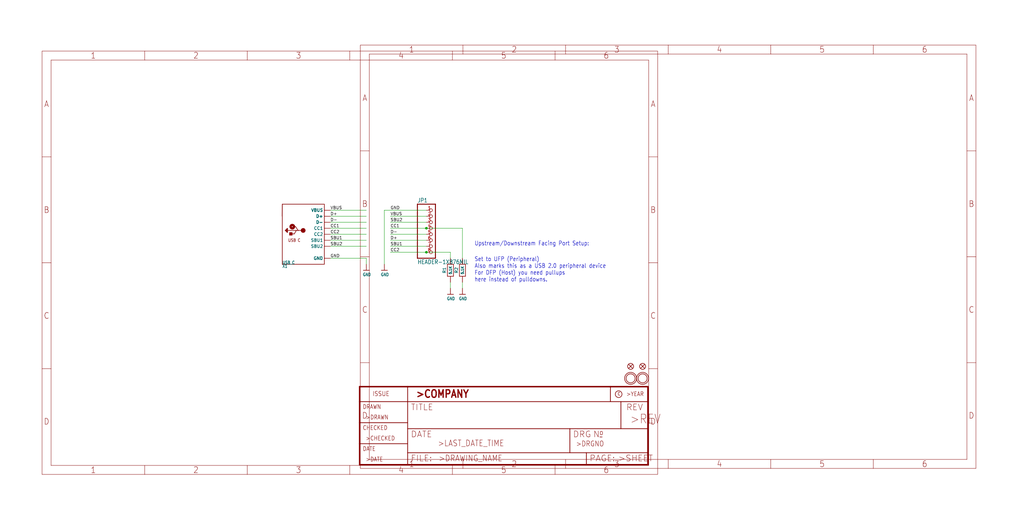
<source format=kicad_sch>
(kicad_sch (version 20211123) (generator eeschema)
  (paper "User" 433.07 220.421)
  (lib_symbols
    (symbol "eagleSchem-eagle-import:FIDUCIAL_1MM"
      (symbol "FIDUCIAL_1MM_1_0"
        (polyline (pts (xy -0.762 0.762) (xy 0.762 -0.762)) (stroke (width 0.254)))
        (polyline (pts (xy 0.762 0.762) (xy -0.762 -0.762)) (stroke (width 0.254)))
        (circle (center 0 0) (radius 1.27) (stroke (width 0.254)))
      )
    )
    (symbol "eagleSchem-eagle-import:FRAME_A4"
      (symbol "FRAME_A4_0_0"
        (polyline (pts (xy 0 44.7675) (xy 3.81 44.7675)))
        (polyline (pts (xy 0 89.535) (xy 3.81 89.535)))
        (polyline (pts (xy 0 134.3025) (xy 3.81 134.3025)))
        (polyline (pts (xy 3.81 3.81) (xy 3.81 175.26)))
        (polyline (pts (xy 43.3917 0) (xy 43.3917 3.81)))
        (polyline (pts (xy 43.3917 175.26) (xy 43.3917 179.07)))
        (polyline (pts (xy 86.7833 0) (xy 86.7833 3.81)))
        (polyline (pts (xy 86.7833 175.26) (xy 86.7833 179.07)))
        (polyline (pts (xy 130.175 0) (xy 130.175 3.81)))
        (polyline (pts (xy 130.175 175.26) (xy 130.175 179.07)))
        (polyline (pts (xy 173.5667 0) (xy 173.5667 3.81)))
        (polyline (pts (xy 173.5667 175.26) (xy 173.5667 179.07)))
        (polyline (pts (xy 216.9583 0) (xy 216.9583 3.81)))
        (polyline (pts (xy 216.9583 175.26) (xy 216.9583 179.07)))
        (polyline (pts (xy 256.54 3.81) (xy 3.81 3.81)))
        (polyline (pts (xy 256.54 3.81) (xy 256.54 175.26)))
        (polyline (pts (xy 256.54 44.7675) (xy 260.35 44.7675)))
        (polyline (pts (xy 256.54 89.535) (xy 260.35 89.535)))
        (polyline (pts (xy 256.54 134.3025) (xy 260.35 134.3025)))
        (polyline (pts (xy 256.54 175.26) (xy 3.81 175.26)))
        (polyline (pts (xy 0 0) (xy 260.35 0) (xy 260.35 179.07) (xy 0 179.07) (xy 0 0)))
        (text "1" (at 21.6958 1.905 0) (effects (font (size 2.54 2.286))))
        (text "1" (at 21.6958 177.165 0) (effects (font (size 2.54 2.286))))
        (text "2" (at 65.0875 1.905 0) (effects (font (size 2.54 2.286))))
        (text "2" (at 65.0875 177.165 0) (effects (font (size 2.54 2.286))))
        (text "3" (at 108.4792 1.905 0) (effects (font (size 2.54 2.286))))
        (text "3" (at 108.4792 177.165 0) (effects (font (size 2.54 2.286))))
        (text "4" (at 151.8708 1.905 0) (effects (font (size 2.54 2.286))))
        (text "4" (at 151.8708 177.165 0) (effects (font (size 2.54 2.286))))
        (text "5" (at 195.2625 1.905 0) (effects (font (size 2.54 2.286))))
        (text "5" (at 195.2625 177.165 0) (effects (font (size 2.54 2.286))))
        (text "6" (at 238.6542 1.905 0) (effects (font (size 2.54 2.286))))
        (text "6" (at 238.6542 177.165 0) (effects (font (size 2.54 2.286))))
        (text "A" (at 1.905 156.6863 0) (effects (font (size 2.54 2.286))))
        (text "A" (at 258.445 156.6863 0) (effects (font (size 2.54 2.286))))
        (text "B" (at 1.905 111.9188 0) (effects (font (size 2.54 2.286))))
        (text "B" (at 258.445 111.9188 0) (effects (font (size 2.54 2.286))))
        (text "C" (at 1.905 67.1513 0) (effects (font (size 2.54 2.286))))
        (text "C" (at 258.445 67.1513 0) (effects (font (size 2.54 2.286))))
        (text "D" (at 1.905 22.3838 0) (effects (font (size 2.54 2.286))))
        (text "D" (at 258.445 22.3838 0) (effects (font (size 2.54 2.286))))
      )
      (symbol "FRAME_A4_1_0"
        (polyline (pts (xy 256.54 3.81) (xy 256.54 8.89)) (stroke (width 0.1016)))
        (polyline (pts (xy 256.54 8.89) (xy 256.54 13.97)) (stroke (width 0.1016)))
        (polyline (pts (xy 256.54 13.97) (xy 256.54 19.05)) (stroke (width 0.1016)))
        (polyline (pts (xy 256.54 19.05) (xy 256.54 36.83)) (stroke (width 0.1016)))
      )
      (symbol "FRAME_A4_2_0"
        (polyline (pts (xy -0.3048 1.5748) (xy 20.0152 1.5748)) (stroke (width 0.6096)))
        (polyline (pts (xy -0.3048 10.4648) (xy -0.3048 1.5748)) (stroke (width 0.6096)))
        (polyline (pts (xy -0.3048 10.4648) (xy 20.0152 10.4648)) (stroke (width 0.3048)))
        (polyline (pts (xy -0.3048 19.3548) (xy -0.3048 10.4648)) (stroke (width 0.6096)))
        (polyline (pts (xy -0.3048 19.3548) (xy 20.0152 19.3548)) (stroke (width 0.3048)))
        (polyline (pts (xy -0.3048 28.2448) (xy -0.3048 19.3548)) (stroke (width 0.6096)))
        (polyline (pts (xy -0.3048 28.2448) (xy 20.0152 28.2448)) (stroke (width 0.3048)))
        (polyline (pts (xy -0.3048 34.5948) (xy -0.3048 28.2448)) (stroke (width 0.6096)))
        (polyline (pts (xy 20.0152 1.5748) (xy 20.0152 6.6548)) (stroke (width 0.3048)))
        (polyline (pts (xy 20.0152 1.5748) (xy 95.5802 1.5748)) (stroke (width 0.6096)))
        (polyline (pts (xy 20.0152 6.6548) (xy 20.0152 10.4648)) (stroke (width 0.3048)))
        (polyline (pts (xy 20.0152 6.6548) (xy 88.5952 6.6548)) (stroke (width 0.3048)))
        (polyline (pts (xy 20.0152 10.4648) (xy 20.0152 16.8148)) (stroke (width 0.3048)))
        (polyline (pts (xy 20.0152 16.8148) (xy 20.0152 19.3548)) (stroke (width 0.3048)))
        (polyline (pts (xy 20.0152 19.3548) (xy 20.0152 28.2448)) (stroke (width 0.3048)))
        (polyline (pts (xy 20.0152 28.2448) (xy 20.0152 34.5948)) (stroke (width 0.3048)))
        (polyline (pts (xy 20.0152 28.2448) (xy 105.7402 28.2448)) (stroke (width 0.3048)))
        (polyline (pts (xy 20.0152 34.5948) (xy -0.3048 34.5948)) (stroke (width 0.6096)))
        (polyline (pts (xy 88.5952 6.6548) (xy 95.5802 6.6548)) (stroke (width 0.3048)))
        (polyline (pts (xy 88.5952 16.8148) (xy 20.0152 16.8148)) (stroke (width 0.3048)))
        (polyline (pts (xy 88.5952 16.8148) (xy 88.5952 6.6548)) (stroke (width 0.3048)))
        (polyline (pts (xy 95.5802 1.5748) (xy 121.6152 1.5748)) (stroke (width 0.6096)))
        (polyline (pts (xy 95.5802 6.6548) (xy 95.5802 1.5748)) (stroke (width 0.3048)))
        (polyline (pts (xy 95.5802 6.6548) (xy 121.6152 6.6548)) (stroke (width 0.3048)))
        (polyline (pts (xy 101.2952 13.3223) (xy 102.2477 13.3223)) (stroke (width 0.254)))
        (polyline (pts (xy 105.7402 28.2448) (xy 105.7402 34.5948)) (stroke (width 0.3048)))
        (polyline (pts (xy 105.7402 28.2448) (xy 110.1852 28.2448)) (stroke (width 0.3048)))
        (polyline (pts (xy 105.7402 34.5948) (xy 20.0152 34.5948)) (stroke (width 0.6096)))
        (polyline (pts (xy 110.1852 16.8148) (xy 88.5952 16.8148)) (stroke (width 0.3048)))
        (polyline (pts (xy 110.1852 28.2448) (xy 110.1852 16.8148)) (stroke (width 0.3048)))
        (polyline (pts (xy 110.1852 28.2448) (xy 121.6152 28.2448)) (stroke (width 0.3048)))
        (polyline (pts (xy 121.6152 6.6548) (xy 121.6152 1.5748)) (stroke (width 0.6096)))
        (polyline (pts (xy 121.6152 16.8148) (xy 110.1852 16.8148)) (stroke (width 0.3048)))
        (polyline (pts (xy 121.6152 16.8148) (xy 121.6152 6.6548)) (stroke (width 0.6096)))
        (polyline (pts (xy 121.6152 28.2448) (xy 121.6152 16.8148)) (stroke (width 0.6096)))
        (polyline (pts (xy 121.6152 34.5948) (xy 105.7402 34.5948)) (stroke (width 0.6096)))
        (polyline (pts (xy 121.6152 34.5948) (xy 121.6152 28.2448)) (stroke (width 0.6096)))
        (circle (center 109.2327 31.4198) (radius 1.4199) (stroke (width 0.254)))
        (text ">CHECKED" (at 2.2352 11.7348 0) (effects (font (size 1.778 1.5113)) (justify left bottom)))
        (text ">COMPANY" (at 23.349 29.6735 0) (effects (font (size 3.175 2.6987) (thickness 0.5397) bold) (justify left bottom)))
        (text ">DATE" (at 2.2352 2.8448 0) (effects (font (size 1.778 1.5113)) (justify left bottom)))
        (text ">DRAWING_NAME" (at 33.0327 2.8448 0) (effects (font (size 2.54 2.159)) (justify left bottom)))
        (text ">DRAWN" (at 2.2352 20.6248 0) (effects (font (size 1.778 1.5113)) (justify left bottom)))
        (text ">DRGNO" (at 91.1352 9.1948 0) (effects (font (size 2.1844 1.8567)) (justify left bottom)))
        (text ">LAST_DATE_TIME" (at 32.7152 9.1948 0) (effects (font (size 2.54 2.159)) (justify left bottom)))
        (text ">REV" (at 113.9952 18.7198 0) (effects (font (size 3.81 3.2385)) (justify left bottom)))
        (text ">SHEET" (at 108.9152 2.8448 0) (effects (font (size 2.54 2.54)) (justify left bottom)))
        (text ">YEAR" (at 112.4077 30.4673 0) (effects (font (size 1.778 1.5113)) (justify left bottom)))
        (text "C" (at 108.7564 30.7848 0) (effects (font (size 1.27 1.0795)) (justify left bottom)))
        (text "CHECKED" (at 0.9652 16.1798 0) (effects (font (size 1.778 1.5113)) (justify left bottom)))
        (text "DATE" (at 0.9652 7.2898 0) (effects (font (size 1.778 1.5113)) (justify left bottom)))
        (text "DATE" (at 21.2852 13.0048 0) (effects (font (size 2.54 2.54)) (justify left bottom)))
        (text "DRAWN" (at 0.9652 25.0698 0) (effects (font (size 1.778 1.5113)) (justify left bottom)))
        (text "DRG" (at 89.8652 13.0048 0) (effects (font (size 2.54 2.54)) (justify left bottom)))
        (text "FILE:" (at 21.2852 2.8448 0) (effects (font (size 2.54 2.54)) (justify left bottom)))
        (text "ISSUE" (at 5.0927 30.4673 0) (effects (font (size 1.9304 1.6408)) (justify left bottom)))
        (text "N" (at 98.4377 13.0048 0) (effects (font (size 2.54 2.54)) (justify left bottom)))
        (text "o" (at 100.9777 13.9573 0) (effects (font (size 2.1844 1.8567)) (justify left bottom)))
        (text "PAGE:" (at 96.8502 2.8448 0) (effects (font (size 2.54 2.54)) (justify left bottom)))
        (text "REV" (at 112.4077 24.4348 0) (effects (font (size 2.54 2.54)) (justify left bottom)))
        (text "TITLE" (at 21.2852 24.4348 0) (effects (font (size 2.54 2.54)) (justify left bottom)))
      )
    )
    (symbol "eagleSchem-eagle-import:GND" (power)
      (property "Value" "GND" (at -1.524 -2.54 0))
      (symbol "GND_1_0"
        (polyline (pts (xy -1.27 0) (xy 1.27 0)) (stroke (width 0.254)))
        (pin power_in line (at 0 2.54 270) (length 2.54) (name "GND") (number "1"))
      )
    )
    (symbol "eagleSchem-eagle-import:HEADER-1X876MIL"
      (property "Reference" "JP" (at -6.35 13.335 0))
      (property "Value" "HEADER-1X876MIL" (at -6.35 -12.7 0))
      (symbol "HEADER-1X876MIL_1_0"
        (polyline (pts (xy -6.35 -10.16) (xy 1.27 -10.16)) (stroke (width 0.4064)))
        (polyline (pts (xy -6.35 12.7) (xy -6.35 -10.16)) (stroke (width 0.4064)))
        (polyline (pts (xy 1.27 -10.16) (xy 1.27 12.7)) (stroke (width 0.4064)))
        (polyline (pts (xy 1.27 12.7) (xy -6.35 12.7)) (stroke (width 0.4064)))
        (pin passive inverted (at -2.54 10.16 0) (length 2.54) (name "1") (number "1"))
        (pin passive inverted (at -2.54 7.62 0) (length 2.54) (name "2") (number "2"))
        (pin passive inverted (at -2.54 5.08 0) (length 2.54) (name "3") (number "3"))
        (pin passive inverted (at -2.54 2.54 0) (length 2.54) (name "4") (number "4"))
        (pin passive inverted (at -2.54 0 0) (length 2.54) (name "5") (number "5"))
        (pin passive inverted (at -2.54 -2.54 0) (length 2.54) (name "6") (number "6"))
        (pin passive inverted (at -2.54 -5.08 0) (length 2.54) (name "7") (number "7"))
        (pin passive inverted (at -2.54 -7.62 0) (length 2.54) (name "8") (number "8"))
      )
    )
    (symbol "eagleSchem-eagle-import:MOUNTINGHOLE2.5"
      (symbol "MOUNTINGHOLE2.5_1_0"
        (circle (center 0 0) (radius 1.905) (stroke (width 0.254)))
        (circle (center 0 0) (radius 2.54) (stroke (width 0.254)))
      )
    )
    (symbol "eagleSchem-eagle-import:RESISTOR_0603_NOOUT"
      (property "Reference" "R" (at 0 2.54 0))
      (property "Value" "RESISTOR_0603_NOOUT" (at 0 0 0))
      (symbol "RESISTOR_0603_NOOUT_1_0"
        (polyline (pts (xy -2.54 -1.27) (xy -2.54 1.27)) (stroke (width 0.254)))
        (polyline (pts (xy -2.54 1.27) (xy 2.54 1.27)) (stroke (width 0.254)))
        (polyline (pts (xy 2.54 -1.27) (xy -2.54 -1.27)) (stroke (width 0.254)))
        (polyline (pts (xy 2.54 1.27) (xy 2.54 -1.27)) (stroke (width 0.254)))
        (pin passive line (at -5.08 0 0) (length 2.54) (name "1") (number "1"))
        (pin passive line (at 5.08 0 180) (length 2.54) (name "2") (number "2"))
      )
    )
    (symbol "eagleSchem-eagle-import:USB_C"
      (property "Reference" "X" (at -10.16 13.716 0))
      (property "Value" "USB_C" (at -10.16 -15.24 0))
      (symbol "USB_C_1_0"
        (rectangle (start -7.12 -0.45) (end -5.92 0.75) (fill (type outline)))
        (circle (center -5.92 3.2) (radius 0.2) (stroke (width 1)))
        (circle (center -1.32 1.6) (radius 0.5) (stroke (width 1)))
        (polyline (pts (xy -10.2 7.62) (xy -10.16 12.7)) (stroke (width 0.254)))
        (polyline (pts (xy -10.16 -12.7) (xy 7.62 -12.7)) (stroke (width 0.254)))
        (polyline (pts (xy -10.16 12.7) (xy -10.16 -12.7)) (stroke (width 0.254)))
        (polyline (pts (xy -10.16 12.7) (xy 7.62 12.7)) (stroke (width 0.254)))
        (polyline (pts (xy -8.92 1.6) (xy -8.12 2.4)) (stroke (width 0.254)))
        (polyline (pts (xy -8.52 1.4) (xy -8.32 1.2)) (stroke (width 0.254)))
        (polyline (pts (xy -8.52 1.6) (xy -8.52 1.4)) (stroke (width 0.254)))
        (polyline (pts (xy -8.32 1.2) (xy -8.32 2)) (stroke (width 0.254)))
        (polyline (pts (xy -8.32 2) (xy -8.72 1.6)) (stroke (width 0.254)))
        (polyline (pts (xy -8.12 0.8) (xy -8.92 1.6)) (stroke (width 0.254)))
        (polyline (pts (xy -8.12 1) (xy -8.12 2.4)) (stroke (width 0.254)))
        (polyline (pts (xy -8.12 2.4) (xy -7.92 2.4)) (stroke (width 0.254)))
        (polyline (pts (xy -7.92 0.8) (xy -8.12 0.8)) (stroke (width 0.254)))
        (polyline (pts (xy -7.92 1.6) (xy -7.92 0.8)) (stroke (width 0.254)))
        (polyline (pts (xy -7.92 2.4) (xy -7.92 1.6)) (stroke (width 0.254)))
        (polyline (pts (xy -6.27 0.15) (xy -5.07 0.15)) (stroke (width 0.254)))
        (polyline (pts (xy -5.52 3.2) (xy -4.52 3.2)) (stroke (width 0.254)))
        (polyline (pts (xy -5.07 0.15) (xy -4.22 1.6)) (stroke (width 0.254)))
        (polyline (pts (xy -4.52 3.2) (xy -3.47 1.6)) (stroke (width 0.254)))
        (polyline (pts (xy -4.22 1.6) (xy -7.92 1.6)) (stroke (width 0.254)))
        (polyline (pts (xy -3.47 1.6) (xy -4.22 1.6)) (stroke (width 0.254)))
        (polyline (pts (xy -1.32 1.6) (xy -3.47 1.6)) (stroke (width 0.254)))
        (polyline (pts (xy 7.62 12.7) (xy 7.62 -12.7)) (stroke (width 0.254)))
        (text "USB C" (at -5.08 -2.54 0) (effects (font (size 1.27 1.0795))))
        (pin power_in line (at 10.16 -10.16 180) (length 2.54) (name "GND") (number "A1B12"))
        (pin power_in line (at 10.16 10.16 180) (length 2.54) (name "VBUS") (number "A4B9"))
        (pin bidirectional line (at 10.16 2.54 180) (length 2.54) (name "CC1") (number "A5"))
        (pin bidirectional line (at 10.16 7.62 180) (length 2.54) (name "D+") (number "A6"))
        (pin bidirectional line (at 10.16 5.08 180) (length 2.54) (name "D-") (number "A7"))
        (pin bidirectional line (at 10.16 -2.54 180) (length 2.54) (name "SBU1") (number "A8"))
        (pin power_in line (at 10.16 -10.16 180) (length 2.54) (name "GND") (number "B1A12"))
        (pin power_in line (at 10.16 10.16 180) (length 2.54) (name "VBUS") (number "B4A9"))
        (pin bidirectional line (at 10.16 0 180) (length 2.54) (name "CC2") (number "B5"))
        (pin bidirectional line (at 10.16 7.62 180) (length 2.54) (name "D+") (number "B6"))
        (pin bidirectional line (at 10.16 5.08 180) (length 2.54) (name "D-") (number "B7"))
        (pin bidirectional line (at 10.16 -5.08 180) (length 2.54) (name "SBU2") (number "B8"))
      )
    )
  )
  (junction (at 180.34 96.52))
  (junction (at 180.34 106.68))
  (wire (pts (xy 139.7 93.98) (xy 154.94 93.98)))
  (wire (pts (xy 180.34 88.9) (xy 162.56 88.9)))
  (wire (pts (xy 165.1 106.68) (xy 180.34 106.68)))
  (wire (pts (xy 180.34 106.68) (xy 190.5 106.68)))
  (wire (pts (xy 195.58 121.92) (xy 195.58 119.38)))
  (wire (pts (xy 165.1 93.98) (xy 180.34 93.98)))
  (wire (pts (xy 139.7 104.14) (xy 154.94 104.14)))
  (wire (pts (xy 165.1 99.06) (xy 180.34 99.06)))
  (wire (pts (xy 165.1 96.52) (xy 180.34 96.52)))
  (wire (pts (xy 180.34 91.44) (xy 165.1 91.44)))
  (wire (pts (xy 139.7 96.52) (xy 154.94 96.52)))
  (wire (pts (xy 165.1 104.14) (xy 180.34 104.14)))
  (wire (pts (xy 154.94 109.22) (xy 154.94 111.76)))
  (wire (pts (xy 154.94 88.9) (xy 139.7 88.9)))
  (wire (pts (xy 190.5 106.68) (xy 190.5 109.22)))
  (wire (pts (xy 165.1 101.6) (xy 180.34 101.6)))
  (wire (pts (xy 162.56 88.9) (xy 162.56 111.76)))
  (wire (pts (xy 195.58 96.52) (xy 195.58 109.22)))
  (wire (pts (xy 180.34 96.52) (xy 195.58 96.52)))
  (wire (pts (xy 154.94 109.22) (xy 139.7 109.22)))
  (wire (pts (xy 139.7 99.06) (xy 154.94 99.06)))
  (wire (pts (xy 139.7 91.44) (xy 154.94 91.44)))
  (wire (pts (xy 139.7 101.6) (xy 154.94 101.6)))
  (wire (pts (xy 190.5 119.38) (xy 190.5 121.92)))
  (text "Set to UFP (Peripheral)\nAlso marks this as a USB 2.0 peripheral device\nFor DFP (Host) you need pullups\nhere instead of pulldowns." (at 200.66 119.38 0) (effects (font (size 1.778 1.5113)) (justify left bottom)))
  (text "Upstream/Downstream Facing Port Setup:" (at 200.66 104.14 180) (effects (font (size 1.778 1.5113)) (justify left bottom)))
  (label "D+" (at 165.1 101.6 0) (effects (font (size 1.2446 1.2446))))
  (label "VBUS" (at 165.1 91.44 0) (effects (font (size 1.2446 1.2446))))
  (label "D-" (at 139.7 93.98 0) (effects (font (size 1.2446 1.2446))))
  (label "SBU2" (at 165.1 93.98 0) (effects (font (size 1.2446 1.2446))))
  (label "VBUS" (at 139.7 88.9 0) (effects (font (size 1.2446 1.2446))))
  (label "D-" (at 165.1 99.06 0) (effects (font (size 1.2446 1.2446))))
  (label "CC1" (at 165.1 96.52 0) (effects (font (size 1.2446 1.2446))))
  (label "SBU2" (at 139.7 104.14 0) (effects (font (size 1.2446 1.2446))))
  (label "SBU1" (at 139.7 101.6 0) (effects (font (size 1.2446 1.2446))))
  (label "CC2" (at 139.7 99.06 0) (effects (font (size 1.2446 1.2446))))
  (label "SBU1" (at 165.1 104.14 0) (effects (font (size 1.2446 1.2446))))
  (label "CC1" (at 139.7 96.52 0) (effects (font (size 1.2446 1.2446))))
  (label "CC2" (at 165.1 106.68 0) (effects (font (size 1.2446 1.2446))))
  (label "GND" (at 165.1 88.9 0) (effects (font (size 1.2446 1.2446))))
  (label "GND" (at 139.7 109.22 0) (effects (font (size 1.2446 1.2446))))
  (label "D+" (at 139.7 91.44 0) (effects (font (size 1.2446 1.2446))))
  (symbol (lib_id "eagleSchem-eagle-import:GND") (at 154.94 114.3 0) (unit 1)
    (property "Reference" "#U$6" (effects hide))
    (property "Value" "GND" (at 153.416 116.84 0) (effects (font (size 1.27 1.0795)) (justify left bottom)))
    (property "Footprint" "eagleSchem:" (effects hide))
  )
  (symbol (lib_id "eagleSchem-eagle-import:GND") (at 190.5 124.46 0) (unit 1)
    (property "Reference" "#U$4" (effects hide))
    (property "Value" "GND" (at 188.976 127 0) (effects (font (size 1.27 1.0795)) (justify left bottom)))
    (property "Footprint" "eagleSchem:" (effects hide))
  )
  (symbol (lib_id "eagleSchem-eagle-import:FIDUCIAL_1MM") (at 271.78 154.94 0) (unit 1)
    (property "Reference" "FID1" (effects hide))
    (property "Value" "FIDUCIAL_1MM" (effects hide))
    (property "Footprint" "eagleSchem:FIDUCIAL_1MM" (effects hide))
  )
  (symbol (lib_id "eagleSchem-eagle-import:MOUNTINGHOLE2.5") (at 271.78 160.02 0) (unit 1)
    (property "Reference" "U$1" (effects hide))
    (property "Value" "MOUNTINGHOLE2.5" (effects hide))
    (property "Footprint" "eagleSchem:MOUNTINGHOLE_2.5_PLATED" (effects hide))
  )
  (symbol (lib_id "eagleSchem-eagle-import:USB_C") (at 129.54 99.06 0) (unit 1)
    (property "Reference" "X1" (at 119.38 113.284 0) (effects (font (size 1.27 1.0795)) (justify left bottom)))
    (property "Value" "USB_C" (at 119.38 111.76 0) (effects (font (size 1.27 1.0795)) (justify left bottom)))
    (property "Footprint" "eagleSchem:USB_C_CUSB31-CFM2AX-01-X" (effects hide))
  )
  (symbol (lib_id "eagleSchem-eagle-import:HEADER-1X876MIL") (at 182.88 99.06 0) (unit 1)
    (property "Reference" "JP1" (at 176.53 85.725 0) (effects (font (size 1.778 1.5113)) (justify left bottom)))
    (property "Value" "HEADER-1X876MIL" (at 176.53 111.76 0) (effects (font (size 1.778 1.5113)) (justify left bottom)))
    (property "Footprint" "eagleSchem:1X08_ROUND_76" (effects hide))
  )
  (symbol (lib_id "eagleSchem-eagle-import:FIDUCIAL_1MM") (at 266.7 154.94 0) (unit 1)
    (property "Reference" "FID2" (effects hide))
    (property "Value" "FIDUCIAL_1MM" (effects hide))
    (property "Footprint" "eagleSchem:FIDUCIAL_1MM" (effects hide))
  )
  (symbol (lib_id "eagleSchem-eagle-import:FRAME_A4") (at 152.4 198.12 0) (unit 2)
    (property "Reference" "#FRAME1" (effects hide))
    (property "Value" "FRAME_A4" (effects hide))
    (property "Footprint" "eagleSchem:" (effects hide))
  )
  (symbol (lib_id "eagleSchem-eagle-import:RESISTOR_0603_NOOUT") (at 195.58 114.3 90) (unit 1)
    (property "Reference" "R2" (at 193.04 114.3 0))
    (property "Value" "5.1K" (at 195.58 114.3 0) (effects (font (size 1.016 1.016) bold)))
    (property "Footprint" "eagleSchem:0603-NO" (effects hide))
  )
  (symbol (lib_id "eagleSchem-eagle-import:RESISTOR_0603_NOOUT") (at 190.5 114.3 90) (unit 1)
    (property "Reference" "R1" (at 187.96 114.3 0))
    (property "Value" "5.1K" (at 190.5 114.3 0) (effects (font (size 1.016 1.016) bold)))
    (property "Footprint" "eagleSchem:0603-NO" (effects hide))
  )
  (symbol (lib_id "eagleSchem-eagle-import:FRAME_A4") (at 17.78 200.66 0) (unit 1)
    (property "Reference" "#FRAME1" (effects hide))
    (property "Value" "FRAME_A4" (effects hide))
    (property "Footprint" "eagleSchem:" (effects hide))
  )
  (symbol (lib_id "eagleSchem-eagle-import:GND") (at 162.56 114.3 0) (unit 1)
    (property "Reference" "#U$7" (effects hide))
    (property "Value" "GND" (at 161.036 116.84 0) (effects (font (size 1.27 1.0795)) (justify left bottom)))
    (property "Footprint" "eagleSchem:" (effects hide))
  )
  (symbol (lib_id "eagleSchem-eagle-import:GND") (at 195.58 124.46 0) (unit 1)
    (property "Reference" "#U$5" (effects hide))
    (property "Value" "GND" (at 194.056 127 0) (effects (font (size 1.27 1.0795)) (justify left bottom)))
    (property "Footprint" "eagleSchem:" (effects hide))
  )
  (symbol (lib_id "eagleSchem-eagle-import:MOUNTINGHOLE2.5") (at 266.7 160.02 0) (unit 1)
    (property "Reference" "U$2" (effects hide))
    (property "Value" "MOUNTINGHOLE2.5" (effects hide))
    (property "Footprint" "eagleSchem:MOUNTINGHOLE_2.5_PLATED" (effects hide))
  )
)
</source>
